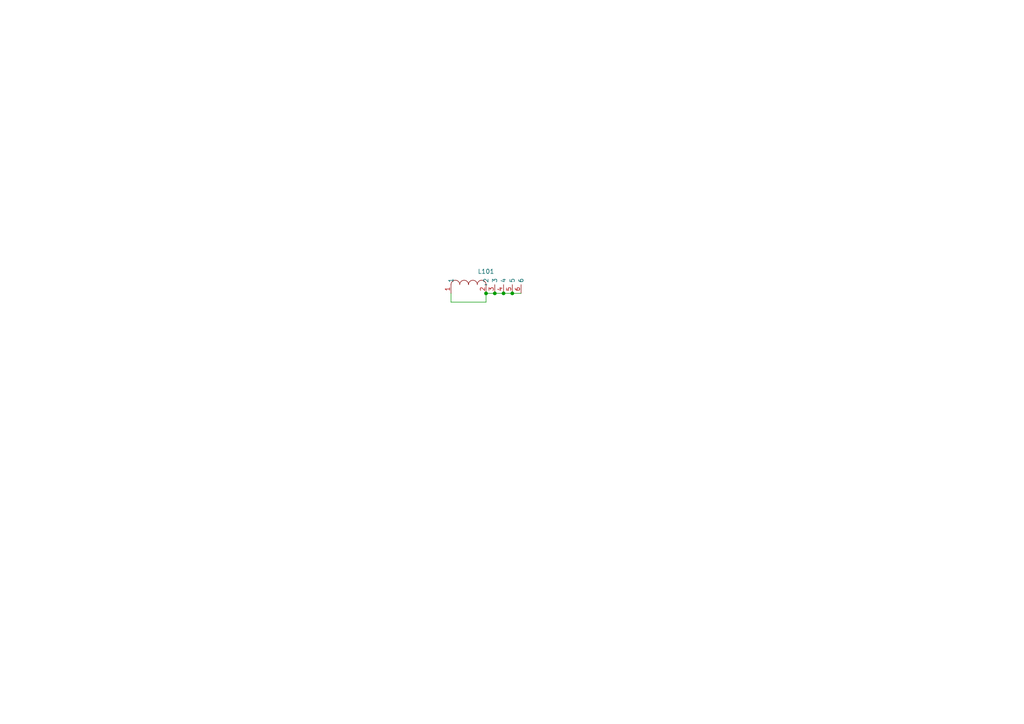
<source format=kicad_sch>
(kicad_sch (version 20230121) (generator eeschema)
  (paper "A4")
  (lib_symbols
    (symbol "New_Library:coil_s"
      (property "Reference" "L" (at -3.81 3.81 0))
      (symbol "coil_s_0_1"
        (arc (start -8.89 1.27) (mid -9.788 0.898) (end -10.16 0))
        (arc (start -7.62 0) (mid -7.992 0.898) (end -8.89 1.27))
        (arc (start -6.35 1.27) (mid -7.248 0.898) (end -7.62 0))
        (arc (start -5.08 0) (mid -5.452 0.898) (end -6.35 1.27))
        (arc (start -3.81 1.27) (mid -4.708 0.898) (end -5.08 0))
        (arc (start -2.54 0) (mid -2.912 0.898) (end -3.81 1.27))
        (arc (start -1.27 1.27) (mid -2.168 0.898) (end -2.54 0))
        (arc (start 0 0) (mid -0.372 0.898) (end -1.27 1.27))
      )
      (symbol "coil_s_1_1"
        (pin output line (at -10.16 -2.54 90) (length 2.54) (name "1") (number "1"))
        (pin output line (at 0 -2.54 90) (length 2.54) (name "2") (number "2"))
        (pin output line (at 2.54 -2.54 90) (length 2.54) (name "3") (number "3"))
        (pin output line (at 5.08 -2.54 90) (length 2.54) (name "4") (number "4"))
        (pin output line (at 7.62 -2.54 90) (length 2.54) (name "5") (number "5"))
        (pin output line (at 10.16 -2.54 90) (length 2.54) (name "6") (number "6"))
      )
    )
  )
  (junction (at 148.59 85.09))
  (junction (at 146.05 85.09))
  (junction (at 140.97 85.09))
  (junction (at 143.51 85.09))
  (wire (pts (xy 140.97 87.63) (xy 140.97 85.09)))
  (wire (pts (xy 146.05 85.09) (xy 148.59 85.09)))
  (wire (pts (xy 130.81 87.63) (xy 140.97 87.63)))
  (wire (pts (xy 143.51 85.09) (xy 146.05 85.09)))
  (wire (pts (xy 130.81 85.09) (xy 130.81 87.63)))
  (wire (pts (xy 148.59 85.09) (xy 151.13 85.09)))
  (wire (pts (xy 140.97 85.09) (xy 143.51 85.09)))
  (symbol (lib_id "New_Library:coil_s") (at 140.97 82.55 0) (unit 1)
    (property "Reference" "L101" (at 140.97 78.74 0))
    (property "Value" "~" (at 140.97 82.55 0))
    (property "Footprint" "my_footprints:coil_large" (effects hide))
  )
)
</source>
